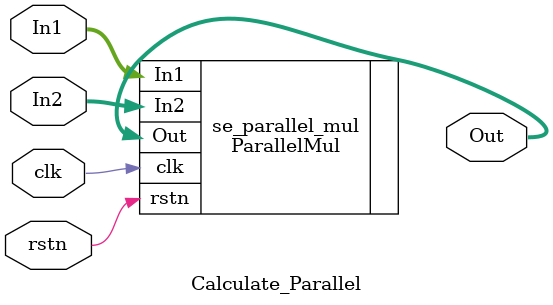
<source format=v>
`timescale 1ns / 1ps

// 计算模块
module Calculate_Parallel (
    input wire [1023:0]  In1,
    input wire [1023:0]  In2,
    input wire           clk,
    input wire           rstn,
    output wire  [2047:0] Out
);

    // 使用并行乘法器
    ParallelMul se_parallel_mul (
        .In1    (In1),
        .In2    (In2),
        .clk    (clk),
        .rstn   (rstn),

        .Out    (Out)
    );

endmodule
</source>
